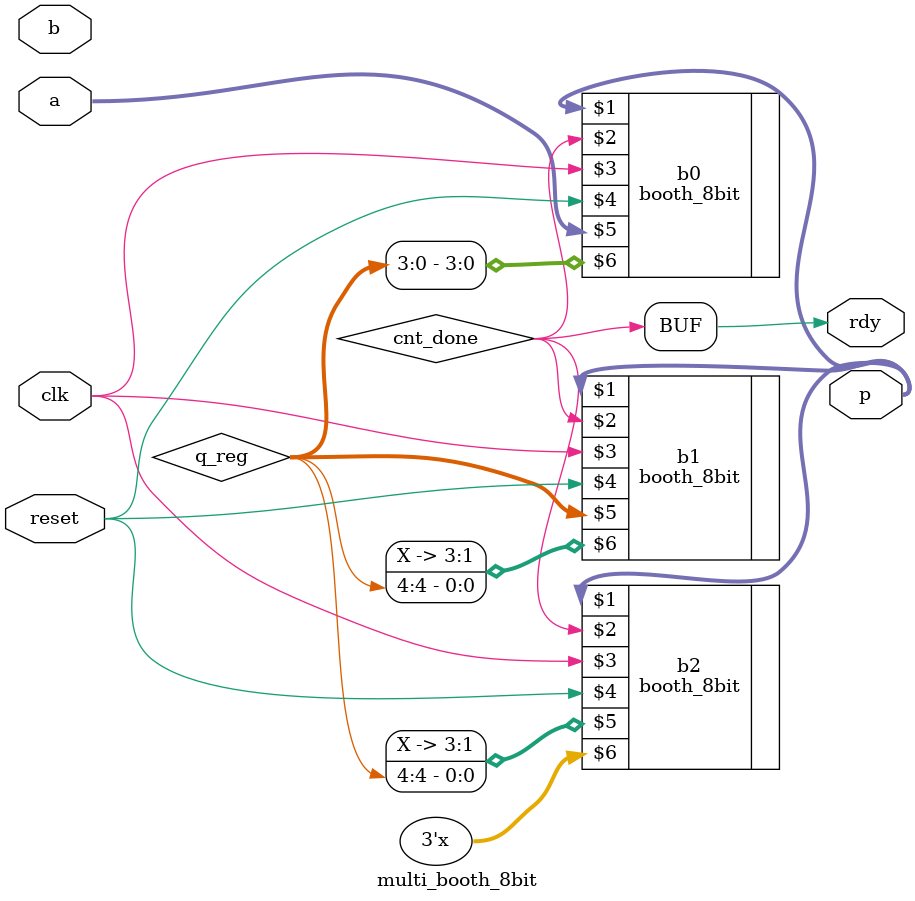
<source format=v>
module multi_booth_8bit (p, rdy, clk, reset, a, b);
   input clk, reset;
   input [7:0] a, b;
   output [15:0] p;
   output rdy;
   
   wire cnt_done; 
   wire[4:0] q_reg; //5'b1111_1 for positive Booth encoding and 5'b0_0_1_1 for negative Booth encoding
   
   booth_8bit b0  (p, cnt_done, clk, reset, a, q_reg[3:0]); //q_reg is left-shifted by one whenever the counter "cnt" equals to 16(starting from state 5'b1_1_0_0)
   booth_8bit b1 (p, cnt_done, clk, reset, q_reg[4:0], q_reg[7:4]); //q_reg is left-shifted by two whenever the counter "cnt" equals to 32(starting from state 5'b0_0_1_1)
   booth_8bit b2 (p, cnt_done, clk, reset, q_reg[7:4], q_reg[10:8]); //q_reg is left-shifted by four whenever the counter "cnt" equals to 64(starting from state 5'b1111_1)
   
   assign rdy = cnt_done;//ready signal indicating completion of multiplication process
endmodule
</source>
